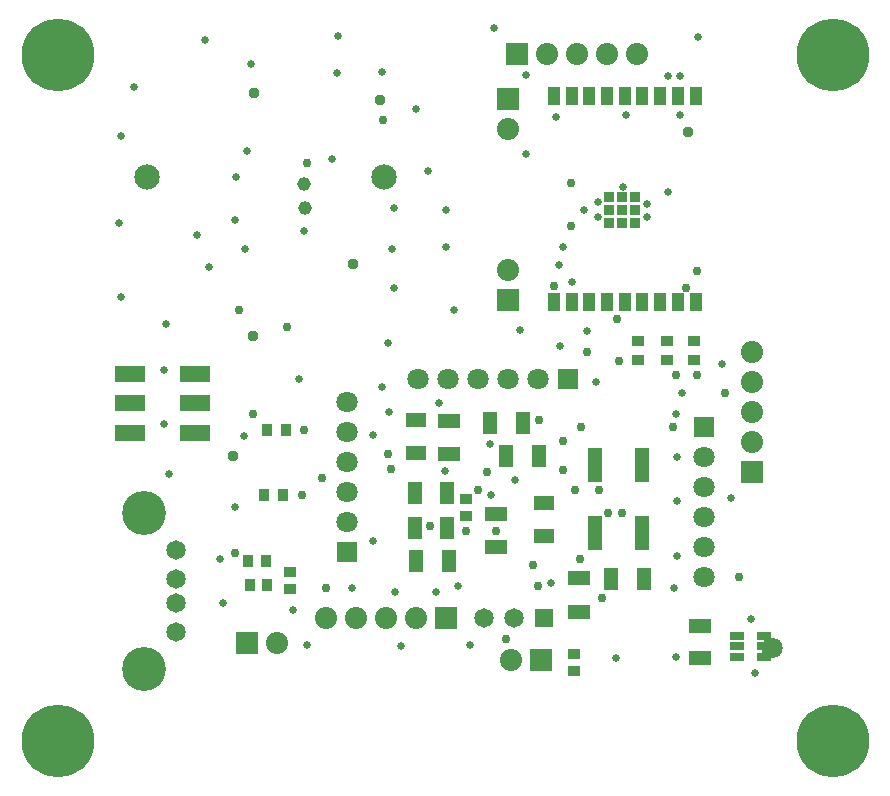
<source format=gts>
G04*
G04 #@! TF.GenerationSoftware,Altium Limited,Altium Designer,22.6.1 (34)*
G04*
G04 Layer_Color=8388736*
%FSLAX25Y25*%
%MOIN*%
G70*
G04*
G04 #@! TF.SameCoordinates,DDC90878-0471-41C9-9F99-EECD3968BD0F*
G04*
G04*
G04 #@! TF.FilePolarity,Negative*
G04*
G01*
G75*
%ADD26R,0.07111X0.05136*%
%ADD30R,0.04134X0.06496*%
%ADD31R,0.03347X0.03347*%
%ADD32R,0.10433X0.05315*%
%ADD33R,0.03465X0.04291*%
%ADD34R,0.07756X0.04803*%
%ADD35R,0.04654X0.03039*%
%ADD36R,0.04654X0.02559*%
%ADD37R,0.04134X0.03347*%
%ADD38R,0.04331X0.03740*%
%ADD39R,0.03740X0.04331*%
%ADD40R,0.04803X0.07756*%
%ADD41R,0.04528X0.11417*%
%ADD42R,0.04291X0.03465*%
%ADD43R,0.07480X0.04528*%
%ADD44R,0.03347X0.04134*%
%ADD45C,0.14646*%
%ADD46C,0.06496*%
%ADD47R,0.07382X0.07382*%
%ADD48C,0.07382*%
%ADD49R,0.07382X0.07382*%
%ADD50C,0.08465*%
%ADD51R,0.07087X0.07087*%
%ADD52C,0.07087*%
%ADD53R,0.06496X0.06496*%
%ADD54R,0.07087X0.07087*%
%ADD55C,0.03740*%
%ADD56C,0.02559*%
%ADD57C,0.02953*%
%ADD58C,0.04528*%
%ADD59C,0.24213*%
D26*
X233000Y353500D02*
D03*
Y342470D02*
D03*
X275547Y325785D02*
D03*
Y314756D02*
D03*
D30*
X326202Y461559D02*
D03*
X320296D02*
D03*
X314391D02*
D03*
X308485D02*
D03*
X302580D02*
D03*
X296674D02*
D03*
X290769D02*
D03*
X284863D02*
D03*
X278958D02*
D03*
Y392661D02*
D03*
X284863D02*
D03*
X290769D02*
D03*
X296674D02*
D03*
X302580D02*
D03*
X308485D02*
D03*
X314391D02*
D03*
X320296D02*
D03*
X326202D02*
D03*
D31*
X301792Y423331D02*
D03*
Y419000D02*
D03*
X306123D02*
D03*
Y423331D02*
D03*
Y427661D02*
D03*
X301792D02*
D03*
X297462D02*
D03*
Y423331D02*
D03*
Y419000D02*
D03*
D32*
X159327Y349158D02*
D03*
Y359000D02*
D03*
Y368843D02*
D03*
X137673D02*
D03*
Y359000D02*
D03*
Y349158D02*
D03*
D33*
X177705Y298500D02*
D03*
X183295D02*
D03*
D34*
X327500Y274000D02*
D03*
Y284866D02*
D03*
X244000Y342067D02*
D03*
Y352933D02*
D03*
X259500Y321933D02*
D03*
Y311067D02*
D03*
D35*
X348850Y281480D02*
D03*
Y274520D02*
D03*
X340150D02*
D03*
Y281480D02*
D03*
D36*
X348850Y278000D02*
D03*
X340150D02*
D03*
D37*
X285500Y275500D02*
D03*
Y269595D02*
D03*
D38*
X316500Y379650D02*
D03*
Y373350D02*
D03*
X325500Y379650D02*
D03*
Y373350D02*
D03*
X307000Y379650D02*
D03*
Y373350D02*
D03*
D39*
X183350Y350000D02*
D03*
X189650D02*
D03*
X182350Y328500D02*
D03*
X188650D02*
D03*
D40*
X268500Y352500D02*
D03*
X257634D02*
D03*
X273933Y341500D02*
D03*
X263067D02*
D03*
X243433Y329000D02*
D03*
X232567D02*
D03*
X243933Y306500D02*
D03*
X233067D02*
D03*
X243433Y317500D02*
D03*
X232567D02*
D03*
X308933Y300500D02*
D03*
X298067D02*
D03*
D41*
X308374Y338319D02*
D03*
Y315681D02*
D03*
X292626Y338319D02*
D03*
Y315681D02*
D03*
D42*
X249750Y327028D02*
D03*
Y321437D02*
D03*
X191000Y297205D02*
D03*
Y302795D02*
D03*
D43*
X287194Y300863D02*
D03*
Y289446D02*
D03*
D44*
X177047Y306500D02*
D03*
X182953D02*
D03*
D45*
X142331Y270571D02*
D03*
Y322303D02*
D03*
D46*
X153000Y282658D02*
D03*
Y292500D02*
D03*
Y300374D02*
D03*
Y310216D02*
D03*
X255500Y287500D02*
D03*
X265500D02*
D03*
D47*
X266500Y475500D02*
D03*
X274500Y273500D02*
D03*
X243023Y287500D02*
D03*
X176500Y279000D02*
D03*
D48*
X276500Y475500D02*
D03*
X286500D02*
D03*
X296500D02*
D03*
X306500D02*
D03*
X263500Y450500D02*
D03*
X345000Y376000D02*
D03*
Y366000D02*
D03*
Y356000D02*
D03*
Y346000D02*
D03*
X264500Y273500D02*
D03*
X233023Y287500D02*
D03*
X223023D02*
D03*
X213023D02*
D03*
X203023D02*
D03*
X263500Y403500D02*
D03*
X186500Y279000D02*
D03*
D49*
X263500Y460500D02*
D03*
X345000Y336000D02*
D03*
X263500Y393500D02*
D03*
D50*
X143409Y434442D02*
D03*
X222228D02*
D03*
D51*
X329000Y351000D02*
D03*
X210000Y309500D02*
D03*
D52*
X329000Y341000D02*
D03*
Y331000D02*
D03*
Y321000D02*
D03*
Y311000D02*
D03*
Y301000D02*
D03*
X351500Y277500D02*
D03*
X210000Y319500D02*
D03*
Y329500D02*
D03*
Y339500D02*
D03*
Y349500D02*
D03*
Y359500D02*
D03*
X273500Y367000D02*
D03*
X263500D02*
D03*
X253500D02*
D03*
X243500D02*
D03*
X233500D02*
D03*
D53*
X275500Y287500D02*
D03*
D54*
X283500Y367000D02*
D03*
D55*
X179000Y462500D02*
D03*
X323500Y449500D02*
D03*
X221000Y460000D02*
D03*
X212000Y405500D02*
D03*
X178500Y381500D02*
D03*
X172000Y341500D02*
D03*
D56*
X221500Y469500D02*
D03*
X206500Y469000D02*
D03*
X269500Y468500D02*
D03*
X317000Y468000D02*
D03*
X321000D02*
D03*
X303000Y455000D02*
D03*
X279500Y454500D02*
D03*
X321000Y455000D02*
D03*
X289000Y423500D02*
D03*
X196500Y278500D02*
D03*
X319000Y297500D02*
D03*
X344500Y287000D02*
D03*
X192000Y290000D02*
D03*
X211500Y297500D02*
D03*
X233000Y457000D02*
D03*
X269500Y442000D02*
D03*
X240500Y359000D02*
D03*
X221500Y364500D02*
D03*
X223500Y379000D02*
D03*
X245500Y390000D02*
D03*
X225500Y397500D02*
D03*
X237000Y436500D02*
D03*
X194000Y367000D02*
D03*
X319500Y274500D02*
D03*
Y355500D02*
D03*
X251000Y278500D02*
D03*
X247000Y298000D02*
D03*
X239500Y296000D02*
D03*
X226000D02*
D03*
X228000Y278000D02*
D03*
X266000Y333500D02*
D03*
X258000Y328500D02*
D03*
X242500Y336500D02*
D03*
X257500Y345500D02*
D03*
X218500Y313000D02*
D03*
X278000Y299000D02*
D03*
X224000Y356000D02*
D03*
X218500Y348500D02*
D03*
X327000Y481000D02*
D03*
X162500Y480000D02*
D03*
X346000Y269000D02*
D03*
X299500Y274000D02*
D03*
X172500Y324500D02*
D03*
X259000Y484000D02*
D03*
X134000Y419000D02*
D03*
X150500Y335500D02*
D03*
X176500Y443000D02*
D03*
X149000Y352000D02*
D03*
X176000Y410500D02*
D03*
X149500Y385500D02*
D03*
X149000Y370000D02*
D03*
X164000Y404500D02*
D03*
X178000Y472000D02*
D03*
X207000Y481500D02*
D03*
X293000Y366000D02*
D03*
X205000Y440500D02*
D03*
X243000Y423500D02*
D03*
Y411000D02*
D03*
X321500Y362500D02*
D03*
X335000Y372000D02*
D03*
X225500Y424000D02*
D03*
X195500Y416500D02*
D03*
X172500Y420000D02*
D03*
X173000Y434500D02*
D03*
X160000Y415000D02*
D03*
X225000Y410500D02*
D03*
X175500Y348000D02*
D03*
X320000Y341000D02*
D03*
Y326500D02*
D03*
X338000Y327500D02*
D03*
X320000Y308000D02*
D03*
X302000Y431000D02*
D03*
X293500Y426000D02*
D03*
Y421000D02*
D03*
X310000Y425500D02*
D03*
Y421000D02*
D03*
X267500Y383500D02*
D03*
X317000Y429500D02*
D03*
X167500Y307000D02*
D03*
X168500Y292500D02*
D03*
X280500Y405000D02*
D03*
X285000Y399500D02*
D03*
X282000Y411000D02*
D03*
X290000Y383000D02*
D03*
X281000Y378000D02*
D03*
X139000Y464500D02*
D03*
X134500Y394500D02*
D03*
Y448000D02*
D03*
D57*
X295000Y294000D02*
D03*
X222000Y453500D02*
D03*
X326500Y368500D02*
D03*
X178500Y355500D02*
D03*
X190000Y384500D02*
D03*
X174000Y390000D02*
D03*
X263000Y280500D02*
D03*
X195000Y328500D02*
D03*
X201500Y334000D02*
D03*
X224500Y337000D02*
D03*
X203000Y297500D02*
D03*
X237500Y318000D02*
D03*
X319500Y368500D02*
D03*
X336000Y362500D02*
D03*
X326500Y403000D02*
D03*
X196500Y439000D02*
D03*
X297000Y322500D02*
D03*
X294000Y330000D02*
D03*
X301500Y322500D02*
D03*
X286000Y330000D02*
D03*
X287500Y307000D02*
D03*
X273500Y298000D02*
D03*
X272000Y305000D02*
D03*
X223500Y342000D02*
D03*
X253500Y330000D02*
D03*
X256500Y336000D02*
D03*
X281902Y336902D02*
D03*
X249500Y316500D02*
D03*
X259500D02*
D03*
X195500Y350000D02*
D03*
X318500Y351000D02*
D03*
X340500Y301000D02*
D03*
X290000Y376000D02*
D03*
X279000Y398000D02*
D03*
X323000Y397500D02*
D03*
X300000Y387000D02*
D03*
X284500Y418000D02*
D03*
X172500Y309000D02*
D03*
X282000Y346500D02*
D03*
X300500Y373000D02*
D03*
X288000Y351000D02*
D03*
X284500Y432500D02*
D03*
X274000Y353500D02*
D03*
D58*
X196000Y424000D02*
D03*
X195800Y432000D02*
D03*
D59*
X372000Y246500D02*
D03*
Y475000D02*
D03*
X113500Y246500D02*
D03*
Y475000D02*
D03*
M02*

</source>
